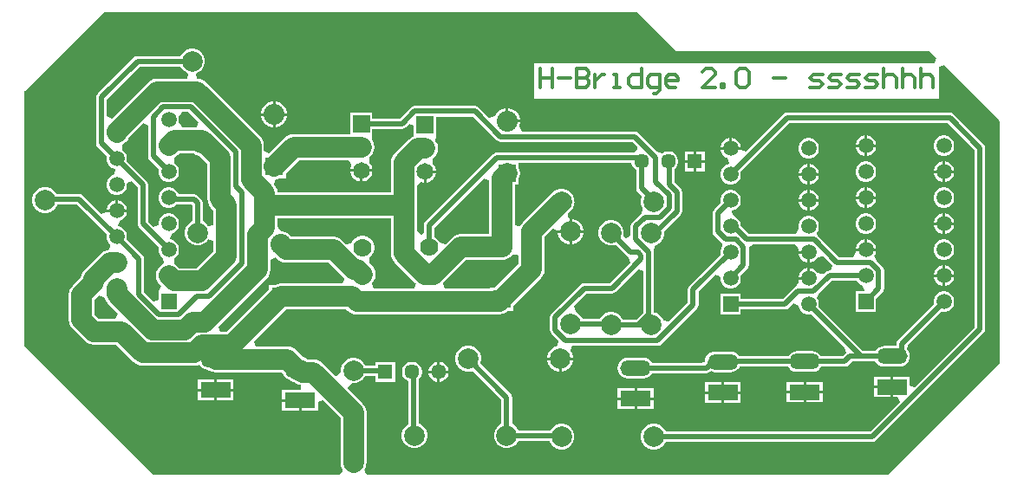
<source format=gbr>
%TF.GenerationSoftware,Altium Limited,Altium Designer,25.8.1 (18)*%
G04 Layer_Physical_Order=1*
G04 Layer_Color=255*
%FSLAX45Y45*%
%MOMM*%
%TF.SameCoordinates,5194DE87-2E3A-4D0E-B7FB-1F2D01658319*%
%TF.FilePolarity,Positive*%
%TF.FileFunction,Copper,L1,Top,Signal*%
%TF.Part,Single*%
G01*
G75*
%TA.AperFunction,Conductor*%
%ADD10C,2.00000*%
%ADD11C,0.50000*%
%TA.AperFunction,NonConductor*%
%ADD12C,0.30000*%
%TA.AperFunction,ComponentPad*%
%ADD13O,3.00000X1.50000*%
%ADD14R,3.00000X1.50000*%
%ADD15C,1.50000*%
%ADD16C,2.00000*%
%ADD17C,1.65100*%
%ADD18C,1.45000*%
%ADD19R,1.45000X1.45000*%
%ADD20C,2.03200*%
%ADD21R,1.65100X1.65100*%
%ADD22C,1.77800*%
%ADD23R,1.77800X1.77800*%
%ADD24R,1.50000X1.50000*%
%TA.AperFunction,ViaPad*%
%ADD25C,2.00000*%
G36*
X4331955Y9054303D02*
X4355303Y9030955D01*
X4383898Y9014446D01*
X4392719Y9012082D01*
X4386136Y8962082D01*
X4089460D01*
X4056724Y8957772D01*
X4026219Y8945137D01*
X4000024Y8925037D01*
X4000023Y8925035D01*
X3646687Y8571700D01*
X3596687Y8592411D01*
Y8756415D01*
X3920185Y9079913D01*
X4317169D01*
X4331955Y9054303D01*
D02*
G37*
G36*
X4494586Y8535882D02*
X4473875Y8485882D01*
X4334690D01*
X4321999Y8497805D01*
X4301233Y8535882D01*
X4304100Y8546582D01*
Y8573018D01*
X4301207Y8583813D01*
X4321875Y8621775D01*
X4334636Y8633813D01*
X4396655D01*
X4494586Y8535882D01*
D02*
G37*
G36*
X6597650Y8499425D02*
Y8401051D01*
X6597650Y8401050D01*
X6597649D01*
X6585069Y8394321D01*
X6576873Y8389937D01*
X6550678Y8369836D01*
X6550677Y8369835D01*
X6408213Y8227372D01*
X6388113Y8201177D01*
X6375477Y8170672D01*
X6371168Y8137936D01*
X6371168Y8137934D01*
Y7848082D01*
X5264965D01*
X5261672Y7873094D01*
X5249037Y7903599D01*
X5230482Y7927780D01*
X5230719Y7933756D01*
X5250889Y7978552D01*
X5265136Y7980428D01*
X5284141Y7988300D01*
X5346700D01*
Y8038027D01*
X5475291Y8166618D01*
X5962043D01*
X5972062Y8156323D01*
X5988740Y8116618D01*
X5982707Y8106167D01*
X5975350Y8078712D01*
Y8077200D01*
X6083300D01*
X6191250D01*
Y8078712D01*
X6183893Y8106167D01*
X6169681Y8130783D01*
X6163851Y8136614D01*
X6160999Y8144347D01*
X6162033Y8186237D01*
X6166478Y8198862D01*
X6172736Y8203664D01*
X6192837Y8229859D01*
X6205472Y8260364D01*
X6209782Y8293100D01*
X6205472Y8325836D01*
X6192837Y8356341D01*
X6187152Y8363750D01*
X6191250Y8413750D01*
X6191250D01*
Y8470313D01*
X6481924D01*
X6501589Y8474224D01*
X6518260Y8485364D01*
X6551456Y8518560D01*
X6597650Y8499425D01*
D02*
G37*
G36*
X7406403Y8358764D02*
X7423075Y8347624D01*
X7442740Y8343713D01*
X8731421D01*
X8777712Y8297422D01*
X8775876Y8276372D01*
X8747329Y8240887D01*
X7407024D01*
X7387359Y8236976D01*
X7370688Y8225836D01*
X6707364Y7562512D01*
X6696224Y7545841D01*
X6692313Y7526176D01*
Y7450310D01*
X6674132Y7438357D01*
X6624132Y7465322D01*
Y7721600D01*
Y7916451D01*
X6643026Y7932950D01*
X6674132Y7948474D01*
X6691388Y7943850D01*
X6692900D01*
Y8051800D01*
X6705600D01*
Y8064500D01*
X6813550D01*
Y8066012D01*
X6806193Y8093467D01*
X6791981Y8118083D01*
X6786151Y8123914D01*
X6783299Y8131647D01*
X6784333Y8173537D01*
X6788778Y8186162D01*
X6795036Y8190964D01*
X6815137Y8217159D01*
X6827772Y8247664D01*
X6832082Y8280400D01*
X6827772Y8313136D01*
X6815137Y8343641D01*
X6809452Y8351050D01*
X6813550Y8401050D01*
X6813550D01*
Y8590563D01*
X7174605D01*
X7406403Y8358764D01*
D02*
G37*
G36*
X4001913Y8503852D02*
Y8202200D01*
X4005824Y8182535D01*
X4016964Y8165864D01*
X4106366Y8076461D01*
X4103300Y8065018D01*
Y8038582D01*
X4110142Y8013047D01*
X4123360Y7990153D01*
X4142053Y7971460D01*
X4164947Y7958242D01*
X4190482Y7951400D01*
X4216918D01*
X4242453Y7958242D01*
X4265347Y7971460D01*
X4284040Y7990153D01*
X4297258Y8013047D01*
X4304100Y8038582D01*
Y8065018D01*
X4297258Y8090553D01*
X4284040Y8113447D01*
X4265347Y8132140D01*
X4255924Y8137580D01*
X4253644Y8180857D01*
X4257234Y8192242D01*
X4266941Y8196263D01*
X4293136Y8216364D01*
X4309691Y8232918D01*
X4442140D01*
X4444203Y8230855D01*
X4472798Y8214346D01*
X4504691Y8205800D01*
X4505769D01*
X4579718Y8131852D01*
Y7786809D01*
X4579718Y7786807D01*
X4584028Y7754071D01*
X4596663Y7723566D01*
X4616763Y7697370D01*
X4641618Y7672516D01*
Y7531139D01*
X4591618Y7517741D01*
X4583445Y7531897D01*
X4560097Y7555245D01*
X4534487Y7570031D01*
Y7747000D01*
X4530576Y7766665D01*
X4519436Y7783336D01*
X4487686Y7815086D01*
X4471015Y7826226D01*
X4451350Y7830137D01*
X4298977D01*
X4297258Y7836553D01*
X4284040Y7859447D01*
X4265347Y7878140D01*
X4242453Y7891358D01*
X4216918Y7898200D01*
X4190482D01*
X4164947Y7891358D01*
X4142053Y7878140D01*
X4123360Y7859447D01*
X4110142Y7836553D01*
X4103300Y7811018D01*
Y7784582D01*
X4110142Y7759047D01*
X4123360Y7736153D01*
X4142053Y7717460D01*
X4164947Y7704242D01*
X4190482Y7697400D01*
X4216918D01*
X4242453Y7704242D01*
X4265347Y7717460D01*
X4275250Y7727363D01*
X4430065D01*
X4431713Y7725715D01*
Y7570031D01*
X4406103Y7555245D01*
X4382755Y7531897D01*
X4366246Y7503302D01*
X4357700Y7471409D01*
Y7438391D01*
X4366246Y7406498D01*
X4382755Y7377903D01*
X4406103Y7354555D01*
X4434698Y7338046D01*
X4466591Y7329500D01*
X4499609D01*
X4531502Y7338046D01*
X4560097Y7354555D01*
X4583445Y7377903D01*
X4591618Y7392059D01*
X4641618Y7378661D01*
Y7271648D01*
X4478652Y7108682D01*
X4309691D01*
X4293136Y7125236D01*
X4266941Y7145337D01*
X4257234Y7149358D01*
X4253644Y7160743D01*
X4255924Y7204020D01*
X4265347Y7209460D01*
X4284040Y7228153D01*
X4297258Y7251047D01*
X4304100Y7276582D01*
Y7303018D01*
X4297258Y7328553D01*
X4284040Y7351447D01*
X4265347Y7370140D01*
X4242453Y7383358D01*
X4220175Y7389327D01*
X4216092Y7391470D01*
X4214835Y7393400D01*
X4215255Y7403464D01*
X4238236Y7449112D01*
X4242453Y7450242D01*
X4265347Y7463460D01*
X4284040Y7482153D01*
X4297258Y7505047D01*
X4304100Y7530582D01*
Y7557018D01*
X4297258Y7582553D01*
X4284040Y7605447D01*
X4265347Y7624140D01*
X4242453Y7637358D01*
X4216918Y7644200D01*
X4190482D01*
X4164947Y7637358D01*
X4142053Y7624140D01*
X4123360Y7605447D01*
X4110142Y7582553D01*
X4103300Y7557018D01*
Y7533583D01*
X4096025Y7527132D01*
X4057373Y7508800D01*
X4001087Y7565085D01*
Y7924800D01*
X3997176Y7944465D01*
X3986036Y7961136D01*
X3793034Y8154139D01*
X3796100Y8165582D01*
Y8192018D01*
X3789258Y8217553D01*
X3776040Y8240447D01*
X3757347Y8259140D01*
X3747924Y8264580D01*
X3745644Y8307857D01*
X3749234Y8319242D01*
X3758941Y8323263D01*
X3785136Y8343364D01*
X3805237Y8369559D01*
X3807319Y8374586D01*
X3955719Y8522986D01*
X4001913Y8503852D01*
D02*
G37*
G36*
X7328418Y7967511D02*
Y7441070D01*
X7053424D01*
X7053422Y7441070D01*
X7020686Y7436760D01*
X6990181Y7424125D01*
X6963985Y7404024D01*
X6905061Y7345100D01*
X6851208Y7356409D01*
X6848621Y7359371D01*
X6835163Y7382682D01*
X6813882Y7403963D01*
X6795087Y7414814D01*
Y7504891D01*
X7278418Y7988222D01*
X7328418Y7967511D01*
D02*
G37*
G36*
X9156700Y9232900D02*
X11633200D01*
X11702378Y9163722D01*
X11681667Y9113722D01*
X7772400D01*
Y8763000D01*
X11721957D01*
Y9073432D01*
X11771957Y9094143D01*
X12319000Y8547100D01*
Y6184900D01*
X11226800Y5092700D01*
X6139177D01*
X6139092Y5092775D01*
X6124133Y5111175D01*
X6117870Y5125011D01*
X6114520Y5142700D01*
X6116637Y5145459D01*
X6119809Y5153118D01*
X6123954Y5160298D01*
X6126100Y5168305D01*
X6129272Y5175964D01*
X6130354Y5184182D01*
X6132500Y5192191D01*
Y5200481D01*
X6133582Y5208700D01*
Y5698240D01*
X6133582Y5698242D01*
X6129272Y5730978D01*
X6116637Y5761483D01*
X6096536Y5787679D01*
X6096535Y5787680D01*
X5950407Y5933808D01*
X5952033Y5941868D01*
X5990591Y5983300D01*
X6023609D01*
X6055502Y5991846D01*
X6084097Y6008355D01*
X6107445Y6031703D01*
X6118565Y6050963D01*
X6220700D01*
Y5998100D01*
X6416500D01*
Y6193900D01*
X6220700D01*
Y6153737D01*
X6124856D01*
X6123954Y6157102D01*
X6107445Y6185697D01*
X6084097Y6209045D01*
X6055502Y6225554D01*
X6023609Y6234100D01*
X5990591D01*
X5958698Y6225554D01*
X5930103Y6209045D01*
X5906755Y6185697D01*
X5890246Y6157102D01*
X5881700Y6125209D01*
Y6092191D01*
X5840267Y6053634D01*
X5832208Y6052007D01*
X5703179Y6181036D01*
X5676983Y6201137D01*
X5646478Y6213772D01*
X5613742Y6218082D01*
X5613740Y6218082D01*
X5560138D01*
X5549641Y6226137D01*
X5519136Y6238772D01*
X5517943Y6238929D01*
X5449236Y6307636D01*
X5423041Y6327737D01*
X5392536Y6340372D01*
X5359800Y6344682D01*
X5359798Y6344682D01*
X5052183D01*
X5033049Y6390876D01*
X5348291Y6706118D01*
X5938046D01*
X5951799Y6692365D01*
X5951800Y6692364D01*
X5977995Y6672263D01*
X6008500Y6659628D01*
X6041236Y6655318D01*
X6041238Y6655318D01*
X6740998D01*
X6741000Y6655318D01*
X6761509Y6658018D01*
X7432198D01*
X7432200Y6658018D01*
X7464936Y6662328D01*
X7495441Y6674963D01*
X7518817Y6692900D01*
X7569200D01*
Y6742627D01*
X7836437Y7009864D01*
X7856537Y7036059D01*
X7869173Y7066564D01*
X7873483Y7099300D01*
X7873482Y7099302D01*
Y7415209D01*
X7954553Y7496280D01*
X7981269Y7488567D01*
X7995489Y7478600D01*
X8115300D01*
Y7598410D01*
X8105333Y7612631D01*
X8097620Y7639347D01*
X8128536Y7670264D01*
X8133583Y7676841D01*
X8139445Y7682703D01*
X8143590Y7689882D01*
X8148637Y7696459D01*
X8151809Y7704118D01*
X8155954Y7711298D01*
X8158100Y7719304D01*
X8161272Y7726964D01*
X8162355Y7735184D01*
X8164500Y7743191D01*
Y7751481D01*
X8165582Y7759700D01*
X8164500Y7767919D01*
Y7776209D01*
X8162355Y7784216D01*
X8161272Y7792436D01*
X8158100Y7800095D01*
X8155954Y7808102D01*
X8151809Y7815282D01*
X8148637Y7822941D01*
X8143590Y7829518D01*
X8139445Y7836697D01*
X8133582Y7842560D01*
X8128536Y7849136D01*
X8121960Y7854182D01*
X8116097Y7860045D01*
X8108918Y7864190D01*
X8102341Y7869237D01*
X8094682Y7872409D01*
X8087502Y7876554D01*
X8079495Y7878700D01*
X8071836Y7881872D01*
X8063616Y7882955D01*
X8055609Y7885100D01*
X8047319D01*
X8039100Y7886182D01*
X8030881Y7885100D01*
X8022591D01*
X8014584Y7882955D01*
X8006364Y7881872D01*
X7998704Y7878700D01*
X7990698Y7876554D01*
X7983518Y7872409D01*
X7975859Y7869237D01*
X7969282Y7864190D01*
X7962103Y7860045D01*
X7956241Y7854183D01*
X7949664Y7849136D01*
X7657564Y7557037D01*
X7637464Y7530841D01*
X7631382Y7516159D01*
X7581382Y7526105D01*
Y7924800D01*
X7620000D01*
Y7987358D01*
X7627872Y8006364D01*
X7632182Y8039100D01*
X7627872Y8071836D01*
X7620000Y8090841D01*
Y8138113D01*
X8723270D01*
X8729272Y8115712D01*
X8742161Y8093388D01*
X8760388Y8075161D01*
X8769113Y8070123D01*
Y7888587D01*
X8773024Y7868922D01*
X8784164Y7852251D01*
X8824466Y7811949D01*
X8822246Y7808102D01*
X8813700Y7776209D01*
Y7743191D01*
X8822246Y7711298D01*
X8827003Y7703058D01*
X8833084Y7670875D01*
X8819616Y7642786D01*
X8817904Y7641074D01*
X8728664Y7551834D01*
X8717524Y7535163D01*
X8713613Y7515498D01*
Y7427498D01*
X8665213Y7402508D01*
X8654719Y7410218D01*
X8643502Y7424962D01*
X8647100Y7438391D01*
Y7471409D01*
X8638554Y7503302D01*
X8622045Y7531897D01*
X8598697Y7555245D01*
X8570102Y7571754D01*
X8538209Y7580300D01*
X8505191D01*
X8473298Y7571754D01*
X8444703Y7555245D01*
X8421355Y7531897D01*
X8404846Y7503302D01*
X8396300Y7471409D01*
Y7438391D01*
X8404846Y7406498D01*
X8421355Y7377903D01*
X8444703Y7354555D01*
X8473298Y7338046D01*
X8505191Y7329500D01*
X8538209D01*
X8566774Y7337154D01*
X8675864Y7228064D01*
X8692535Y7216924D01*
X8693767Y7216679D01*
X8714087Y7166289D01*
X8510129Y6962331D01*
X8260346D01*
X8240681Y6958419D01*
X8224010Y6947280D01*
X7941264Y6664534D01*
X7930124Y6647863D01*
X7926213Y6628198D01*
Y6503602D01*
X7930124Y6483937D01*
X7941264Y6467266D01*
X8010130Y6398400D01*
X8010063Y6384471D01*
X7993746Y6344074D01*
X7977998Y6339854D01*
X7949403Y6323345D01*
X7926055Y6299997D01*
X7909546Y6271402D01*
X7901000Y6239509D01*
Y6235700D01*
X8151800D01*
Y6239509D01*
X8143254Y6271402D01*
X8126745Y6299997D01*
X8125329Y6301413D01*
X8146040Y6351413D01*
X8977698D01*
X8997363Y6355324D01*
X9014034Y6366464D01*
X9360668Y6713098D01*
X9371807Y6729769D01*
X9375719Y6749434D01*
Y6877346D01*
X9543773Y7045400D01*
X9582425Y7027068D01*
X9589700Y7020617D01*
Y6997182D01*
X9596542Y6971647D01*
X9609760Y6948753D01*
X9628453Y6930060D01*
X9651347Y6916842D01*
X9676882Y6910000D01*
X9703318D01*
X9728853Y6916842D01*
X9751747Y6930060D01*
X9770440Y6948753D01*
X9783658Y6971647D01*
X9790500Y6997182D01*
Y7023618D01*
X9787434Y7035061D01*
X9851836Y7099464D01*
X9862976Y7116135D01*
X9866887Y7135800D01*
Y7316342D01*
X9913477Y7338413D01*
X10321164D01*
X10333925Y7326375D01*
X10354593Y7288413D01*
X10351700Y7277618D01*
Y7277100D01*
X10452100D01*
Y7264400D01*
X10464800D01*
Y7164000D01*
X10465318D01*
X10490853Y7170842D01*
X10513747Y7184060D01*
X10532440Y7202753D01*
X10538028Y7212431D01*
X10579485Y7224661D01*
X10597020Y7224149D01*
X10683983Y7137187D01*
X10674787Y7101551D01*
X10664862Y7087187D01*
X10654842D01*
X10635177Y7083276D01*
X10618506Y7072136D01*
X10597020Y7050651D01*
X10579485Y7050139D01*
X10538028Y7062369D01*
X10532440Y7072047D01*
X10513747Y7090740D01*
X10490853Y7103958D01*
X10465318Y7110800D01*
X10464800D01*
Y7010400D01*
X10452100D01*
Y6997700D01*
X10351700D01*
Y6997182D01*
X10355450Y6983187D01*
X10353837Y6972821D01*
X10340684Y6946869D01*
X10328004Y6929275D01*
X10311334Y6918136D01*
X10200985Y6807787D01*
X9790500D01*
Y6856800D01*
X9589700D01*
Y6656000D01*
X9790500D01*
Y6705013D01*
X10222270D01*
X10241935Y6708924D01*
X10258606Y6720064D01*
X10301700Y6763158D01*
X10351700Y6743182D01*
X10358542Y6717647D01*
X10371760Y6694753D01*
X10390453Y6676060D01*
X10413347Y6662842D01*
X10438882Y6656000D01*
X10465318D01*
X10476761Y6659066D01*
X10802168Y6333660D01*
X10818947Y6284736D01*
X10783198Y6248987D01*
X10576121D01*
X10560606Y6269206D01*
X10539633Y6285299D01*
X10515210Y6295416D01*
X10489000Y6298866D01*
X10339000D01*
X10312790Y6295416D01*
X10288367Y6285299D01*
X10267394Y6269206D01*
X10251301Y6248233D01*
X10250619Y6246587D01*
X9774179D01*
X9760506Y6264406D01*
X9739533Y6280499D01*
X9715110Y6290616D01*
X9688900Y6294066D01*
X9538900D01*
X9512690Y6290616D01*
X9488267Y6280499D01*
X9467294Y6264406D01*
X9451201Y6243433D01*
X9441084Y6219010D01*
X9437634Y6192800D01*
X9388165Y6185487D01*
X8925121D01*
X8909606Y6205706D01*
X8888633Y6221799D01*
X8864210Y6231916D01*
X8838000Y6235366D01*
X8688000D01*
X8661790Y6231916D01*
X8637367Y6221799D01*
X8616394Y6205706D01*
X8600301Y6184733D01*
X8590184Y6160310D01*
X8586734Y6134100D01*
X8590184Y6107890D01*
X8600301Y6083467D01*
X8616394Y6062494D01*
X8637367Y6046401D01*
X8661790Y6036284D01*
X8688000Y6032834D01*
X8838000D01*
X8864210Y6036284D01*
X8888633Y6046401D01*
X8909606Y6062494D01*
X8925121Y6082713D01*
X9453140D01*
X9472806Y6086624D01*
X9489477Y6097764D01*
X9494310Y6102597D01*
X9512690Y6094984D01*
X9538900Y6091534D01*
X9688900D01*
X9715110Y6094984D01*
X9739533Y6105101D01*
X9760506Y6121194D01*
X9776599Y6142167D01*
X9777281Y6143813D01*
X10253721D01*
X10267394Y6125994D01*
X10288367Y6109901D01*
X10312790Y6099784D01*
X10339000Y6096334D01*
X10489000D01*
X10515210Y6099784D01*
X10539633Y6109901D01*
X10560606Y6125994D01*
X10576121Y6146213D01*
X10804483D01*
X10824148Y6150124D01*
X10840819Y6161264D01*
X10876568Y6197013D01*
X11102779D01*
X11118294Y6176794D01*
X11139267Y6160701D01*
X11163690Y6150584D01*
X11189900Y6147134D01*
X11339900D01*
X11366110Y6150584D01*
X11390533Y6160701D01*
X11411506Y6176794D01*
X11427599Y6197767D01*
X11437716Y6222190D01*
X11441166Y6248400D01*
X11437716Y6274610D01*
X11427599Y6299033D01*
X11411506Y6320006D01*
X11427783Y6364010D01*
X11748239Y6684466D01*
X11759682Y6681400D01*
X11786118D01*
X11811653Y6688242D01*
X11834547Y6701460D01*
X11853240Y6720153D01*
X11866458Y6743047D01*
X11873300Y6768582D01*
Y6795018D01*
X11866458Y6820553D01*
X11853240Y6843447D01*
X11834547Y6862140D01*
X11811653Y6875358D01*
X11786118Y6882200D01*
X11759682D01*
X11734147Y6875358D01*
X11711253Y6862140D01*
X11692560Y6843447D01*
X11679342Y6820553D01*
X11672500Y6795018D01*
Y6768582D01*
X11675566Y6757139D01*
X11322698Y6404270D01*
X11311558Y6387599D01*
X11307647Y6367934D01*
Y6349666D01*
X11189900D01*
X11163690Y6346216D01*
X11139267Y6336099D01*
X11118294Y6320006D01*
X11102779Y6299787D01*
X10981385D01*
X10549434Y6731739D01*
X10552500Y6743182D01*
Y6769618D01*
X10545658Y6795153D01*
X10532440Y6818047D01*
X10556456Y6864741D01*
X10676127Y6984413D01*
X10924637D01*
X10930560Y6974153D01*
X10949253Y6955460D01*
X10972147Y6942242D01*
X10975334Y6941388D01*
X10996822Y6893724D01*
X10996659Y6885824D01*
X10994011Y6882200D01*
X10910500D01*
Y6681400D01*
X11111300D01*
Y6809527D01*
X11172636Y6870864D01*
X11183776Y6887535D01*
X11187687Y6907200D01*
Y7087742D01*
X11183776Y7107407D01*
X11172636Y7124079D01*
X11115256Y7181459D01*
X11091240Y7228153D01*
X11104458Y7251047D01*
X11111300Y7276582D01*
Y7277100D01*
X10910500D01*
Y7276582D01*
X10913393Y7265787D01*
X10892725Y7227825D01*
X10879964Y7215787D01*
X10750728D01*
X10540378Y7426136D01*
X10532884Y7455041D01*
X10545041Y7478578D01*
X10545658Y7479647D01*
X10552500Y7505182D01*
Y7531618D01*
X10545658Y7557153D01*
X10532440Y7580047D01*
X10513747Y7598740D01*
X10490853Y7611958D01*
X10465318Y7618800D01*
X10438882D01*
X10413347Y7611958D01*
X10390453Y7598740D01*
X10371760Y7580047D01*
X10358542Y7557153D01*
X10351700Y7531618D01*
Y7505182D01*
X10355450Y7491187D01*
X10338317Y7457754D01*
X10323012Y7441187D01*
X9869959D01*
X9809610Y7501536D01*
X9800828Y7507404D01*
X9790500Y7517732D01*
Y7531618D01*
X9783658Y7557153D01*
X9770440Y7580047D01*
X9751747Y7598740D01*
X9728853Y7611958D01*
X9724636Y7613088D01*
X9701655Y7658736D01*
X9701235Y7668800D01*
X9702492Y7670730D01*
X9706575Y7672873D01*
X9728853Y7678842D01*
X9751747Y7692060D01*
X9770440Y7710753D01*
X9783658Y7733647D01*
X9790500Y7759182D01*
Y7785618D01*
X9783658Y7811153D01*
X9770440Y7834047D01*
X9751747Y7852740D01*
X9728853Y7865958D01*
X9703318Y7872800D01*
X9676882D01*
X9651347Y7865958D01*
X9628453Y7852740D01*
X9609760Y7834047D01*
X9596542Y7811153D01*
X9589700Y7785618D01*
Y7759182D01*
X9592766Y7747739D01*
X9528364Y7683336D01*
X9517224Y7666665D01*
X9513313Y7647000D01*
Y7466458D01*
X9517224Y7446793D01*
X9528364Y7430122D01*
X9605021Y7353464D01*
X9609760Y7326047D01*
X9596542Y7303153D01*
X9589700Y7277618D01*
Y7251182D01*
X9592766Y7239739D01*
X9287995Y6934968D01*
X9276856Y6918297D01*
X9272944Y6898632D01*
Y6770719D01*
X9088204Y6585979D01*
X9032437Y6600922D01*
X9032254Y6601602D01*
X9015745Y6630197D01*
X8992397Y6653545D01*
X8963802Y6670054D01*
X8940948Y6676178D01*
Y7266342D01*
X8938154Y7280387D01*
X8937331Y7286637D01*
X8959063Y7333082D01*
X8962136Y7335899D01*
X8963802Y7336346D01*
X8992397Y7352855D01*
X9015745Y7376203D01*
X9032254Y7404797D01*
X9040800Y7436691D01*
Y7469399D01*
X9201236Y7629835D01*
X9212376Y7646506D01*
X9216287Y7666171D01*
Y7853229D01*
X9212376Y7872894D01*
X9201236Y7889565D01*
X9140887Y7949914D01*
Y8075436D01*
X9158839Y8093388D01*
X9171728Y8115712D01*
X9178400Y8140611D01*
Y8166389D01*
X9171728Y8191288D01*
X9158839Y8213612D01*
X9140612Y8231840D01*
X9118288Y8244728D01*
X9093389Y8251400D01*
X9067611D01*
X9042712Y8244728D01*
X9020388Y8231840D01*
X8972754Y8247725D01*
X8789043Y8431436D01*
X8772372Y8442576D01*
X8752707Y8446487D01*
X7651993D01*
X7623125Y8496487D01*
X7624045Y8498080D01*
X7632700Y8530380D01*
Y8534400D01*
X7505700D01*
Y8547100D01*
X7493000D01*
Y8674100D01*
X7488980D01*
X7456680Y8665445D01*
X7427720Y8648725D01*
X7404075Y8625080D01*
X7387355Y8596120D01*
X7386879Y8594344D01*
X7331111Y8579401D01*
X7232226Y8678286D01*
X7215555Y8689426D01*
X7195890Y8693337D01*
X6602174D01*
X6582509Y8689426D01*
X6565838Y8678286D01*
X6460639Y8573087D01*
X6191250D01*
Y8629650D01*
X5975350D01*
Y8419582D01*
X5422900D01*
X5390164Y8415272D01*
X5359659Y8402637D01*
X5333464Y8382536D01*
X5333463Y8382535D01*
X5183482Y8232555D01*
X5133482Y8253265D01*
Y8308838D01*
X5129172Y8341574D01*
X5116537Y8372079D01*
X5096436Y8398274D01*
X5096435Y8398275D01*
X4569674Y8925037D01*
X4543478Y8945137D01*
X4512973Y8957772D01*
X4480238Y8962082D01*
X4472063Y9010704D01*
X4471881Y9012082D01*
X4480702Y9014446D01*
X4509297Y9030955D01*
X4532645Y9054303D01*
X4549154Y9082898D01*
X4557700Y9114791D01*
Y9147809D01*
X4549154Y9179702D01*
X4532645Y9208297D01*
X4509297Y9231645D01*
X4480702Y9248154D01*
X4448809Y9256700D01*
X4415791D01*
X4383898Y9248154D01*
X4355303Y9231645D01*
X4331955Y9208297D01*
X4317169Y9182687D01*
X3898900D01*
X3879235Y9178776D01*
X3862564Y9167636D01*
X3508964Y8814036D01*
X3497824Y8797365D01*
X3493913Y8777700D01*
Y8329200D01*
X3497824Y8309535D01*
X3508964Y8292864D01*
X3598366Y8203461D01*
X3595300Y8192018D01*
Y8165582D01*
X3602142Y8140047D01*
X3615360Y8117153D01*
X3634053Y8098460D01*
X3656947Y8085242D01*
X3679225Y8079273D01*
X3683308Y8077130D01*
X3684565Y8075200D01*
X3684145Y8065136D01*
X3661164Y8019488D01*
X3656947Y8018358D01*
X3634053Y8005140D01*
X3615360Y7986447D01*
X3602142Y7963553D01*
X3595300Y7938018D01*
Y7911582D01*
X3602142Y7886047D01*
X3615360Y7863153D01*
X3634053Y7844460D01*
X3656947Y7831242D01*
X3682482Y7824400D01*
X3708918D01*
X3734453Y7831242D01*
X3757347Y7844460D01*
X3776040Y7863153D01*
X3789258Y7886047D01*
X3796100Y7911582D01*
Y7935017D01*
X3803375Y7941468D01*
X3842027Y7959800D01*
X3898313Y7903515D01*
Y7543800D01*
X3902224Y7524135D01*
X3913364Y7507464D01*
X4106366Y7314461D01*
X4103300Y7303018D01*
Y7276582D01*
X4110142Y7251047D01*
X4123360Y7228153D01*
X4142053Y7209460D01*
X4151476Y7204020D01*
X4153756Y7160743D01*
X4150166Y7149358D01*
X4140459Y7145337D01*
X4114264Y7125236D01*
X4094163Y7099041D01*
X4081528Y7068536D01*
X4077218Y7035800D01*
X4081528Y7003064D01*
X4094163Y6972559D01*
X4114264Y6946364D01*
X4128427Y6932200D01*
X4107717Y6882200D01*
X4103300D01*
Y6798924D01*
X4057106Y6779790D01*
X3962716Y6874180D01*
Y7201171D01*
X3958804Y7220836D01*
X3947665Y7237507D01*
X3793034Y7392139D01*
X3796100Y7403582D01*
Y7430018D01*
X3789258Y7455553D01*
X3776040Y7478447D01*
X3757347Y7497140D01*
X3734453Y7510358D01*
X3712175Y7516327D01*
X3708092Y7518470D01*
X3706835Y7520400D01*
X3707255Y7530464D01*
X3730236Y7576112D01*
X3734453Y7577242D01*
X3757347Y7590460D01*
X3776040Y7609153D01*
X3789258Y7632047D01*
X3796100Y7657582D01*
Y7658100D01*
X3695700D01*
X3592500D01*
X3588025Y7654132D01*
X3549373Y7635800D01*
X3363736Y7821436D01*
X3347065Y7832576D01*
X3327400Y7836487D01*
X3104999D01*
X3097545Y7849397D01*
X3074197Y7872745D01*
X3045602Y7889254D01*
X3013709Y7897800D01*
X2980691D01*
X2948798Y7889254D01*
X2920203Y7872745D01*
X2896855Y7849397D01*
X2880346Y7820802D01*
X2871800Y7788909D01*
Y7755891D01*
X2880346Y7723998D01*
X2896855Y7695403D01*
X2920203Y7672055D01*
X2948798Y7655546D01*
X2980691Y7647000D01*
X3013709D01*
X3045602Y7655546D01*
X3074197Y7672055D01*
X3097545Y7695403D01*
X3114054Y7723998D01*
X3116657Y7733713D01*
X3306115D01*
X3598366Y7441461D01*
X3595300Y7430018D01*
Y7403582D01*
X3602142Y7378047D01*
X3615360Y7355153D01*
X3631231Y7339282D01*
X3631150Y7325517D01*
X3618584Y7287656D01*
X3598201Y7284972D01*
X3567695Y7272337D01*
X3541500Y7252236D01*
X3541499Y7252235D01*
X3380863Y7091600D01*
X3360763Y7065404D01*
X3348128Y7034900D01*
X3346400Y7021781D01*
X3263364Y6938745D01*
X3243263Y6912550D01*
X3230628Y6882044D01*
X3226318Y6849308D01*
X3226318Y6849306D01*
Y6606860D01*
X3226318Y6606857D01*
X3230628Y6574121D01*
X3243263Y6543617D01*
X3263364Y6517421D01*
X3380521Y6400264D01*
X3406717Y6380163D01*
X3437221Y6367528D01*
X3469958Y6363218D01*
X3469960Y6363218D01*
X3690672D01*
X3862725Y6191164D01*
X3862726Y6191163D01*
X3888921Y6171063D01*
X3919427Y6158428D01*
X3952163Y6154117D01*
X3952165Y6154118D01*
X4455235D01*
X4455237Y6154117D01*
X4487973Y6158427D01*
X4501056Y6163846D01*
X4514294Y6146594D01*
X4535267Y6130501D01*
X4559690Y6120384D01*
X4585900Y6116934D01*
X4586881D01*
X4597659Y6108663D01*
X4628164Y6096028D01*
X4660900Y6091718D01*
X4661298D01*
X4661300Y6091718D01*
X4661302Y6091718D01*
X5307409D01*
X5317012Y6082115D01*
X5323701Y6065967D01*
X5339794Y6044994D01*
X5360767Y6028901D01*
X5380178Y6020860D01*
X5398159Y6007063D01*
X5428664Y5994428D01*
X5432745Y5993890D01*
X5448159Y5982063D01*
X5478664Y5969428D01*
X5497105Y5967000D01*
X5493827Y5917000D01*
X5311000D01*
Y5829300D01*
X5486400D01*
Y5816600D01*
X5499100D01*
Y5716200D01*
X5661800D01*
Y5799341D01*
X5707994Y5818476D01*
X5880618Y5645852D01*
Y5208700D01*
X5881700Y5200481D01*
Y5192191D01*
X5883846Y5184182D01*
X5884928Y5175964D01*
X5888100Y5168305D01*
X5890246Y5160298D01*
X5894391Y5153118D01*
X5897563Y5145459D01*
X5899680Y5142700D01*
X5896330Y5125011D01*
X5890067Y5111175D01*
X5875108Y5092775D01*
X5875023Y5092700D01*
X4051300D01*
X2794000Y6350000D01*
Y8839200D01*
X2802147D01*
X3576147Y9613200D01*
X3606800Y9613900D01*
X8775700D01*
X9156700Y9232900D01*
D02*
G37*
G36*
X7620518Y7234071D02*
Y7151691D01*
X7390327Y6921500D01*
X7340600D01*
Y6910982D01*
X6896243D01*
X6879106Y6953297D01*
X6878689Y6960982D01*
X7105813Y7188106D01*
X7454286D01*
X7454288Y7188106D01*
X7455005Y7188200D01*
X7471620D01*
X7503920Y7196855D01*
X7532880Y7213575D01*
X7556525Y7237220D01*
X7614033Y7238079D01*
X7620518Y7234071D01*
D02*
G37*
G36*
X5258129Y7200365D02*
X5258129Y7200364D01*
X5284325Y7180263D01*
X5314830Y7167628D01*
X5347566Y7163318D01*
X5347568Y7163318D01*
X5760543D01*
X5914779Y7009082D01*
X5913744Y6996955D01*
X5896891Y6959082D01*
X5295902D01*
X5295900Y6959082D01*
X5263164Y6954772D01*
X5244159Y6946900D01*
X5181600D01*
Y6897173D01*
X4766909Y6482482D01*
X4706303D01*
X4685592Y6532482D01*
X5158335Y7005225D01*
X5158336Y7005226D01*
X5178437Y7031421D01*
X5191072Y7061926D01*
X5195382Y7094662D01*
Y7192400D01*
X5245382Y7213111D01*
X5258129Y7200365D01*
D02*
G37*
G36*
X6371168Y7255486D02*
X6371168Y7255484D01*
X6375477Y7222748D01*
X6388113Y7192243D01*
X6408213Y7166048D01*
X6615197Y6959065D01*
X6615198Y6959064D01*
X6616216Y6958282D01*
X6599243Y6908282D01*
X6204909D01*
X6188270Y6949367D01*
X6186909Y6958282D01*
X6205537Y6982559D01*
X6218172Y7013064D01*
X6222482Y7045800D01*
X6218172Y7078536D01*
X6205537Y7109041D01*
X6185436Y7135236D01*
X6161201Y7159472D01*
X6166163Y7218110D01*
X6168471Y7220626D01*
X6187463Y7239618D01*
X6202511Y7265682D01*
X6210300Y7294752D01*
Y7324848D01*
X6202511Y7353918D01*
X6187463Y7379982D01*
X6166182Y7401263D01*
X6140118Y7416311D01*
X6111048Y7424100D01*
X6080952D01*
X6051882Y7416311D01*
X6025818Y7401263D01*
X6004537Y7379982D01*
X5992751Y7359567D01*
X5974013Y7351645D01*
X5935605Y7346002D01*
X5902370Y7379236D01*
X5876175Y7399337D01*
X5845670Y7411972D01*
X5812934Y7416282D01*
X5812932Y7416282D01*
X5682271D01*
X5681738Y7416425D01*
X5648720D01*
X5648187Y7416282D01*
X5399957D01*
X5386202Y7430036D01*
X5385627Y7430478D01*
X5373880Y7442225D01*
X5344920Y7458945D01*
X5312620Y7467600D01*
X5311460D01*
X5269732Y7502124D01*
X5265982Y7515827D01*
Y7595118D01*
X6371168D01*
Y7255486D01*
D02*
G37*
G36*
X3573528Y6823090D02*
X3586163Y6792585D01*
X3606264Y6766390D01*
X3706471Y6666182D01*
X3685760Y6616182D01*
X3522348D01*
X3479282Y6659248D01*
Y6796918D01*
X3521044Y6838679D01*
X3573528Y6823090D01*
D02*
G37*
G36*
X8838173Y7079702D02*
Y6676496D01*
X8767115Y6605437D01*
X8637322D01*
X8622045Y6631897D01*
X8598697Y6655245D01*
X8570102Y6671754D01*
X8538209Y6680300D01*
X8505191D01*
X8473298Y6671754D01*
X8444703Y6655245D01*
X8421355Y6631897D01*
X8409744Y6611787D01*
X8245528D01*
X8244854Y6614302D01*
X8228345Y6642897D01*
X8204997Y6666245D01*
X8176402Y6682754D01*
X8175722Y6682937D01*
X8160779Y6738704D01*
X8281631Y6859557D01*
X8531414D01*
X8551080Y6863468D01*
X8567751Y6874608D01*
X8791979Y7098836D01*
X8838173Y7079702D01*
D02*
G37*
%LPC*%
G36*
X6191250Y8051800D02*
X6096000D01*
Y7956550D01*
X6097512D01*
X6124967Y7963907D01*
X6149583Y7978119D01*
X6169681Y7998217D01*
X6183893Y8022833D01*
X6191250Y8050288D01*
Y8051800D01*
D02*
G37*
G36*
X6070600D02*
X5975350D01*
Y8050288D01*
X5982707Y8022833D01*
X5996919Y7998217D01*
X6017017Y7978119D01*
X6041633Y7963907D01*
X6069088Y7956550D01*
X6070600D01*
Y8051800D01*
D02*
G37*
G36*
X6813550Y8039100D02*
X6718300D01*
Y7943850D01*
X6719812D01*
X6747267Y7951207D01*
X6771883Y7965419D01*
X6791981Y7985517D01*
X6806193Y8010133D01*
X6813550Y8037588D01*
Y8039100D01*
D02*
G37*
G36*
X5249120Y8737600D02*
X5245100D01*
Y8623300D01*
X5359400D01*
Y8627320D01*
X5350745Y8659620D01*
X5334025Y8688580D01*
X5310380Y8712225D01*
X5281420Y8728945D01*
X5249120Y8737600D01*
D02*
G37*
G36*
X5219700D02*
X5215680D01*
X5183380Y8728945D01*
X5154420Y8712225D01*
X5130775Y8688580D01*
X5114055Y8659620D01*
X5105400Y8627320D01*
Y8623300D01*
X5219700D01*
Y8737600D01*
D02*
G37*
G36*
X7522420Y8674100D02*
X7518400D01*
Y8559800D01*
X7632700D01*
Y8563820D01*
X7624045Y8596120D01*
X7607325Y8625080D01*
X7583680Y8648725D01*
X7554720Y8665445D01*
X7522420Y8674100D01*
D02*
G37*
G36*
X5359400Y8597900D02*
X5245100D01*
Y8483600D01*
X5249120D01*
X5281420Y8492255D01*
X5310380Y8508975D01*
X5334025Y8532620D01*
X5350745Y8561580D01*
X5359400Y8593880D01*
Y8597900D01*
D02*
G37*
G36*
X5219700D02*
X5105400D01*
Y8593880D01*
X5114055Y8561580D01*
X5130775Y8532620D01*
X5154420Y8508975D01*
X5183380Y8492255D01*
X5215680Y8483600D01*
X5219700D01*
Y8597900D01*
D02*
G37*
G36*
X11024118Y8406200D02*
X11023600D01*
Y8318500D01*
X11111300D01*
Y8319018D01*
X11104458Y8344553D01*
X11091240Y8367447D01*
X11072547Y8386140D01*
X11049653Y8399358D01*
X11024118Y8406200D01*
D02*
G37*
G36*
X10998200D02*
X10997682D01*
X10972147Y8399358D01*
X10949253Y8386140D01*
X10930560Y8367447D01*
X10917342Y8344553D01*
X10910500Y8319018D01*
Y8318500D01*
X10998200D01*
Y8406200D01*
D02*
G37*
G36*
X9703318Y8380800D02*
X9702800D01*
Y8293100D01*
X9790500D01*
Y8293618D01*
X9783658Y8319153D01*
X9770440Y8342047D01*
X9751747Y8360740D01*
X9728853Y8373958D01*
X9703318Y8380800D01*
D02*
G37*
G36*
X9677400D02*
X9676882D01*
X9651347Y8373958D01*
X9628453Y8360740D01*
X9609760Y8342047D01*
X9596542Y8319153D01*
X9589700Y8293618D01*
Y8293100D01*
X9677400D01*
Y8380800D01*
D02*
G37*
G36*
X11786118Y8406200D02*
X11759682D01*
X11734147Y8399358D01*
X11711253Y8386140D01*
X11692560Y8367447D01*
X11679342Y8344553D01*
X11672500Y8319018D01*
Y8292582D01*
X11679342Y8267047D01*
X11692560Y8244153D01*
X11711253Y8225460D01*
X11734147Y8212242D01*
X11759682Y8205400D01*
X11786118D01*
X11811653Y8212242D01*
X11834547Y8225460D01*
X11853240Y8244153D01*
X11866458Y8267047D01*
X11873300Y8292582D01*
Y8319018D01*
X11866458Y8344553D01*
X11853240Y8367447D01*
X11834547Y8386140D01*
X11811653Y8399358D01*
X11786118Y8406200D01*
D02*
G37*
G36*
X11111300Y8293100D02*
X11023600D01*
Y8205400D01*
X11024118D01*
X11049653Y8212242D01*
X11072547Y8225460D01*
X11091240Y8244153D01*
X11104458Y8267047D01*
X11111300Y8292582D01*
Y8293100D01*
D02*
G37*
G36*
X10998200D02*
X10910500D01*
Y8292582D01*
X10917342Y8267047D01*
X10930560Y8244153D01*
X10949253Y8225460D01*
X10972147Y8212242D01*
X10997682Y8205400D01*
X10998200D01*
Y8293100D01*
D02*
G37*
G36*
X10465318Y8380800D02*
X10438882D01*
X10413347Y8373958D01*
X10390453Y8360740D01*
X10371760Y8342047D01*
X10358542Y8319153D01*
X10351700Y8293618D01*
Y8267182D01*
X10358542Y8241647D01*
X10371760Y8218753D01*
X10390453Y8200060D01*
X10413347Y8186842D01*
X10438882Y8180000D01*
X10465318D01*
X10490853Y8186842D01*
X10513747Y8200060D01*
X10532440Y8218753D01*
X10545658Y8241647D01*
X10552500Y8267182D01*
Y8293618D01*
X10545658Y8319153D01*
X10532440Y8342047D01*
X10513747Y8360740D01*
X10490853Y8373958D01*
X10465318Y8380800D01*
D02*
G37*
G36*
X9438400Y8251400D02*
X9353200D01*
Y8166200D01*
X9438400D01*
Y8251400D01*
D02*
G37*
G36*
X9327800D02*
X9242600D01*
Y8166200D01*
X9327800D01*
Y8251400D01*
D02*
G37*
G36*
X11786118Y8152200D02*
X11785600D01*
Y8064500D01*
X11873300D01*
Y8065018D01*
X11866458Y8090553D01*
X11853240Y8113447D01*
X11834547Y8132140D01*
X11811653Y8145358D01*
X11786118Y8152200D01*
D02*
G37*
G36*
X11760200D02*
X11759682D01*
X11734147Y8145358D01*
X11711253Y8132140D01*
X11692560Y8113447D01*
X11679342Y8090553D01*
X11672500Y8065018D01*
Y8064500D01*
X11760200D01*
Y8152200D01*
D02*
G37*
G36*
X9438400Y8140800D02*
X9353200D01*
Y8055600D01*
X9438400D01*
Y8140800D01*
D02*
G37*
G36*
X9327800D02*
X9242600D01*
Y8055600D01*
X9327800D01*
Y8140800D01*
D02*
G37*
G36*
X10465318Y8126800D02*
X10464800D01*
Y8039100D01*
X10552500D01*
Y8039618D01*
X10545658Y8065153D01*
X10532440Y8088047D01*
X10513747Y8106740D01*
X10490853Y8119958D01*
X10465318Y8126800D01*
D02*
G37*
G36*
X10439400D02*
X10438882D01*
X10413347Y8119958D01*
X10390453Y8106740D01*
X10371760Y8088047D01*
X10358542Y8065153D01*
X10351700Y8039618D01*
Y8039100D01*
X10439400D01*
Y8126800D01*
D02*
G37*
G36*
X11873300Y8039100D02*
X11785600D01*
Y7951400D01*
X11786118D01*
X11811653Y7958242D01*
X11834547Y7971460D01*
X11853240Y7990153D01*
X11866458Y8013047D01*
X11873300Y8038582D01*
Y8039100D01*
D02*
G37*
G36*
X11760200D02*
X11672500D01*
Y8038582D01*
X11679342Y8013047D01*
X11692560Y7990153D01*
X11711253Y7971460D01*
X11734147Y7958242D01*
X11759682Y7951400D01*
X11760200D01*
Y8039100D01*
D02*
G37*
G36*
X11024118Y8152200D02*
X10997682D01*
X10972147Y8145358D01*
X10949253Y8132140D01*
X10930560Y8113447D01*
X10917342Y8090553D01*
X10910500Y8065018D01*
Y8038582D01*
X10917342Y8013047D01*
X10930560Y7990153D01*
X10949253Y7971460D01*
X10972147Y7958242D01*
X10997682Y7951400D01*
X11024118D01*
X11049653Y7958242D01*
X11072547Y7971460D01*
X11091240Y7990153D01*
X11104458Y8013047D01*
X11111300Y8038582D01*
Y8065018D01*
X11104458Y8090553D01*
X11091240Y8113447D01*
X11072547Y8132140D01*
X11049653Y8145358D01*
X11024118Y8152200D01*
D02*
G37*
G36*
X10552500Y8013700D02*
X10464800D01*
Y7926000D01*
X10465318D01*
X10490853Y7932842D01*
X10513747Y7946060D01*
X10532440Y7964753D01*
X10545658Y7987647D01*
X10552500Y8013182D01*
Y8013700D01*
D02*
G37*
G36*
X10439400D02*
X10351700D01*
Y8013182D01*
X10358542Y7987647D01*
X10371760Y7964753D01*
X10390453Y7946060D01*
X10413347Y7932842D01*
X10438882Y7926000D01*
X10439400D01*
Y8013700D01*
D02*
G37*
G36*
X11024118Y7898200D02*
X11023600D01*
Y7810500D01*
X11111300D01*
Y7811018D01*
X11104458Y7836553D01*
X11091240Y7859447D01*
X11072547Y7878140D01*
X11049653Y7891358D01*
X11024118Y7898200D01*
D02*
G37*
G36*
X10998200D02*
X10997682D01*
X10972147Y7891358D01*
X10949253Y7878140D01*
X10930560Y7859447D01*
X10917342Y7836553D01*
X10910500Y7811018D01*
Y7810500D01*
X10998200D01*
Y7898200D01*
D02*
G37*
G36*
X10465318Y7872800D02*
X10464800D01*
Y7785100D01*
X10552500D01*
Y7785618D01*
X10545658Y7811153D01*
X10532440Y7834047D01*
X10513747Y7852740D01*
X10490853Y7865958D01*
X10465318Y7872800D01*
D02*
G37*
G36*
X10439400D02*
X10438882D01*
X10413347Y7865958D01*
X10390453Y7852740D01*
X10371760Y7834047D01*
X10358542Y7811153D01*
X10351700Y7785618D01*
Y7785100D01*
X10439400D01*
Y7872800D01*
D02*
G37*
G36*
X11786118Y7898200D02*
X11759682D01*
X11734147Y7891358D01*
X11711253Y7878140D01*
X11692560Y7859447D01*
X11679342Y7836553D01*
X11672500Y7811018D01*
Y7784582D01*
X11679342Y7759047D01*
X11692560Y7736153D01*
X11711253Y7717460D01*
X11734147Y7704242D01*
X11759682Y7697400D01*
X11786118D01*
X11811653Y7704242D01*
X11834547Y7717460D01*
X11853240Y7736153D01*
X11866458Y7759047D01*
X11873300Y7784582D01*
Y7811018D01*
X11866458Y7836553D01*
X11853240Y7859447D01*
X11834547Y7878140D01*
X11811653Y7891358D01*
X11786118Y7898200D01*
D02*
G37*
G36*
X11111300Y7785100D02*
X11023600D01*
Y7697400D01*
X11024118D01*
X11049653Y7704242D01*
X11072547Y7717460D01*
X11091240Y7736153D01*
X11104458Y7759047D01*
X11111300Y7784582D01*
Y7785100D01*
D02*
G37*
G36*
X10998200D02*
X10910500D01*
Y7784582D01*
X10917342Y7759047D01*
X10930560Y7736153D01*
X10949253Y7717460D01*
X10972147Y7704242D01*
X10997682Y7697400D01*
X10998200D01*
Y7785100D01*
D02*
G37*
G36*
X3708918Y7771200D02*
X3708400D01*
Y7683500D01*
X3796100D01*
Y7684018D01*
X3789258Y7709553D01*
X3776040Y7732447D01*
X3757347Y7751140D01*
X3734453Y7764358D01*
X3708918Y7771200D01*
D02*
G37*
G36*
X3683000D02*
X3682482D01*
X3656947Y7764358D01*
X3634053Y7751140D01*
X3615360Y7732447D01*
X3602142Y7709553D01*
X3595300Y7684018D01*
Y7683500D01*
X3683000D01*
Y7771200D01*
D02*
G37*
G36*
X10552500Y7759700D02*
X10464800D01*
Y7672000D01*
X10465318D01*
X10490853Y7678842D01*
X10513747Y7692060D01*
X10532440Y7710753D01*
X10545658Y7733647D01*
X10552500Y7759182D01*
Y7759700D01*
D02*
G37*
G36*
X10439400D02*
X10351700D01*
Y7759182D01*
X10358542Y7733647D01*
X10371760Y7710753D01*
X10390453Y7692060D01*
X10413347Y7678842D01*
X10438882Y7672000D01*
X10439400D01*
Y7759700D01*
D02*
G37*
G36*
X11786118Y7644200D02*
X11785600D01*
Y7556500D01*
X11873300D01*
Y7557018D01*
X11866458Y7582553D01*
X11853240Y7605447D01*
X11834547Y7624140D01*
X11811653Y7637358D01*
X11786118Y7644200D01*
D02*
G37*
G36*
X11760200D02*
X11759682D01*
X11734147Y7637358D01*
X11711253Y7624140D01*
X11692560Y7605447D01*
X11679342Y7582553D01*
X11672500Y7557018D01*
Y7556500D01*
X11760200D01*
Y7644200D01*
D02*
G37*
G36*
X8144509Y7591300D02*
X8140700D01*
Y7478600D01*
X8253400D01*
Y7482409D01*
X8244854Y7514302D01*
X8228345Y7542897D01*
X8204997Y7566245D01*
X8176402Y7582754D01*
X8144509Y7591300D01*
D02*
G37*
G36*
X11873300Y7531100D02*
X11785600D01*
Y7443400D01*
X11786118D01*
X11811653Y7450242D01*
X11834547Y7463460D01*
X11853240Y7482153D01*
X11866458Y7505047D01*
X11873300Y7530582D01*
Y7531100D01*
D02*
G37*
G36*
X11760200D02*
X11672500D01*
Y7530582D01*
X11679342Y7505047D01*
X11692560Y7482153D01*
X11711253Y7463460D01*
X11734147Y7450242D01*
X11759682Y7443400D01*
X11760200D01*
Y7531100D01*
D02*
G37*
G36*
X11024118Y7644200D02*
X10997682D01*
X10972147Y7637358D01*
X10949253Y7624140D01*
X10930560Y7605447D01*
X10917342Y7582553D01*
X10910500Y7557018D01*
Y7530582D01*
X10917342Y7505047D01*
X10930560Y7482153D01*
X10949253Y7463460D01*
X10972147Y7450242D01*
X10997682Y7443400D01*
X11024118D01*
X11049653Y7450242D01*
X11072547Y7463460D01*
X11091240Y7482153D01*
X11104458Y7505047D01*
X11111300Y7530582D01*
Y7557018D01*
X11104458Y7582553D01*
X11091240Y7605447D01*
X11072547Y7624140D01*
X11049653Y7637358D01*
X11024118Y7644200D01*
D02*
G37*
G36*
X8253400Y7453200D02*
X8140700D01*
Y7340500D01*
X8144509D01*
X8176402Y7349046D01*
X8204997Y7365555D01*
X8228345Y7388903D01*
X8244854Y7417497D01*
X8253400Y7449391D01*
Y7453200D01*
D02*
G37*
G36*
X8115300D02*
X8002600D01*
Y7449391D01*
X8011146Y7417497D01*
X8027655Y7388903D01*
X8051003Y7365555D01*
X8079598Y7349046D01*
X8111491Y7340500D01*
X8115300D01*
Y7453200D01*
D02*
G37*
G36*
X11024118Y7390200D02*
X11023600D01*
Y7302500D01*
X11111300D01*
Y7303018D01*
X11104458Y7328553D01*
X11091240Y7351447D01*
X11072547Y7370140D01*
X11049653Y7383358D01*
X11024118Y7390200D01*
D02*
G37*
G36*
X10998200D02*
X10997682D01*
X10972147Y7383358D01*
X10949253Y7370140D01*
X10930560Y7351447D01*
X10917342Y7328553D01*
X10910500Y7303018D01*
Y7302500D01*
X10998200D01*
Y7390200D01*
D02*
G37*
G36*
X11786118D02*
X11759682D01*
X11734147Y7383358D01*
X11711253Y7370140D01*
X11692560Y7351447D01*
X11679342Y7328553D01*
X11672500Y7303018D01*
Y7276582D01*
X11679342Y7251047D01*
X11692560Y7228153D01*
X11711253Y7209460D01*
X11734147Y7196242D01*
X11759682Y7189400D01*
X11786118D01*
X11811653Y7196242D01*
X11834547Y7209460D01*
X11853240Y7228153D01*
X11866458Y7251047D01*
X11873300Y7276582D01*
Y7303018D01*
X11866458Y7328553D01*
X11853240Y7351447D01*
X11834547Y7370140D01*
X11811653Y7383358D01*
X11786118Y7390200D01*
D02*
G37*
G36*
X10439400Y7251700D02*
X10351700D01*
Y7251182D01*
X10358542Y7225647D01*
X10371760Y7202753D01*
X10390453Y7184060D01*
X10413347Y7170842D01*
X10438882Y7164000D01*
X10439400D01*
Y7251700D01*
D02*
G37*
G36*
X11786118Y7136200D02*
X11785600D01*
Y7048500D01*
X11873300D01*
Y7049018D01*
X11866458Y7074553D01*
X11853240Y7097447D01*
X11834547Y7116140D01*
X11811653Y7129358D01*
X11786118Y7136200D01*
D02*
G37*
G36*
X11760200D02*
X11759682D01*
X11734147Y7129358D01*
X11711253Y7116140D01*
X11692560Y7097447D01*
X11679342Y7074553D01*
X11672500Y7049018D01*
Y7048500D01*
X11760200D01*
Y7136200D01*
D02*
G37*
G36*
X10439400Y7110800D02*
X10438882D01*
X10413347Y7103958D01*
X10390453Y7090740D01*
X10371760Y7072047D01*
X10358542Y7049153D01*
X10351700Y7023618D01*
Y7023100D01*
X10439400D01*
Y7110800D01*
D02*
G37*
G36*
X11873300Y7023100D02*
X11785600D01*
Y6935400D01*
X11786118D01*
X11811653Y6942242D01*
X11834547Y6955460D01*
X11853240Y6974153D01*
X11866458Y6997047D01*
X11873300Y7022582D01*
Y7023100D01*
D02*
G37*
G36*
X11760200D02*
X11672500D01*
Y7022582D01*
X11679342Y6997047D01*
X11692560Y6974153D01*
X11711253Y6955460D01*
X11734147Y6942242D01*
X11759682Y6935400D01*
X11760200D01*
Y7023100D01*
D02*
G37*
G36*
X6851489Y6193900D02*
X6851300D01*
Y6108700D01*
X6936500D01*
Y6108889D01*
X6929828Y6133788D01*
X6916939Y6156112D01*
X6898712Y6174339D01*
X6876388Y6187228D01*
X6851489Y6193900D01*
D02*
G37*
G36*
X6825900D02*
X6825711D01*
X6800812Y6187228D01*
X6778488Y6174339D01*
X6760261Y6156112D01*
X6747372Y6133788D01*
X6740700Y6108889D01*
Y6108700D01*
X6825900D01*
Y6193900D01*
D02*
G37*
G36*
X8151800Y6210300D02*
X8039100D01*
Y6097600D01*
X8042909D01*
X8074802Y6106146D01*
X8103397Y6122655D01*
X8126745Y6146003D01*
X8143254Y6174598D01*
X8151800Y6206491D01*
Y6210300D01*
D02*
G37*
G36*
X8013700D02*
X7901000D01*
Y6206491D01*
X7909546Y6174598D01*
X7926055Y6146003D01*
X7949403Y6122655D01*
X7977998Y6106146D01*
X8009891Y6097600D01*
X8013700D01*
Y6210300D01*
D02*
G37*
G36*
X6936500Y6083300D02*
X6851300D01*
Y5998100D01*
X6851489D01*
X6876388Y6004772D01*
X6898712Y6017661D01*
X6916939Y6035888D01*
X6929828Y6058212D01*
X6936500Y6083111D01*
Y6083300D01*
D02*
G37*
G36*
X6825900D02*
X6740700D01*
Y6083111D01*
X6747372Y6058212D01*
X6760261Y6035888D01*
X6778488Y6017661D01*
X6800812Y6004772D01*
X6825711Y5998100D01*
X6825900D01*
Y6083300D01*
D02*
G37*
G36*
X11252200Y6048800D02*
X11089500D01*
Y5961100D01*
X11252200D01*
Y6048800D01*
D02*
G37*
G36*
X11831657Y8628630D02*
X10240943D01*
X10221278Y8624718D01*
X10204606Y8613579D01*
X9836427Y8245400D01*
X9797775Y8263732D01*
X9793300Y8267700D01*
X9589700D01*
Y8267182D01*
X9596542Y8241647D01*
X9609760Y8218753D01*
X9628453Y8200060D01*
X9651347Y8186842D01*
X9655564Y8185712D01*
X9678545Y8140064D01*
X9678965Y8130000D01*
X9677708Y8128070D01*
X9673625Y8125927D01*
X9651347Y8119958D01*
X9628453Y8106740D01*
X9609760Y8088047D01*
X9596542Y8065153D01*
X9589700Y8039618D01*
Y8013182D01*
X9596542Y7987647D01*
X9609760Y7964753D01*
X9628453Y7946060D01*
X9651347Y7932842D01*
X9676882Y7926000D01*
X9703318D01*
X9728853Y7932842D01*
X9751747Y7946060D01*
X9770440Y7964753D01*
X9783658Y7987647D01*
X9790500Y8013182D01*
Y8039618D01*
X9787434Y8051061D01*
X10262228Y8525855D01*
X11810372D01*
X12072371Y8263857D01*
Y6532267D01*
X11486494Y5946390D01*
X11440300Y5965525D01*
Y6048800D01*
X11277600D01*
Y5948400D01*
Y5848000D01*
X11322776D01*
X11341910Y5801806D01*
X11052491Y5512387D01*
X9054231D01*
X9039445Y5537997D01*
X9016097Y5561345D01*
X8987502Y5577854D01*
X8955609Y5586400D01*
X8922591D01*
X8890697Y5577854D01*
X8862103Y5561345D01*
X8838755Y5537997D01*
X8822246Y5509402D01*
X8813700Y5477509D01*
Y5444491D01*
X8822246Y5412598D01*
X8838755Y5384003D01*
X8862103Y5360655D01*
X8890697Y5344146D01*
X8922591Y5335600D01*
X8955609D01*
X8987502Y5344146D01*
X9016097Y5360655D01*
X9039445Y5384003D01*
X9054231Y5409613D01*
X11073776D01*
X11093441Y5413524D01*
X11110112Y5424664D01*
X12160094Y6474645D01*
X12171233Y6491317D01*
X12175145Y6510982D01*
Y8285142D01*
X12171233Y8304807D01*
X12160094Y8321478D01*
X11867994Y8613579D01*
X11851323Y8624718D01*
X11831657Y8628630D01*
D02*
G37*
G36*
X4836300Y6018600D02*
X4673600D01*
Y5930900D01*
X4836300D01*
Y6018600D01*
D02*
G37*
G36*
X4648200D02*
X4485500D01*
Y5930900D01*
X4648200D01*
Y6018600D01*
D02*
G37*
G36*
X10589400Y5998000D02*
X10426700D01*
Y5910300D01*
X10589400D01*
Y5998000D01*
D02*
G37*
G36*
X10401300D02*
X10238600D01*
Y5910300D01*
X10401300D01*
Y5998000D01*
D02*
G37*
G36*
X9789300Y5993200D02*
X9626600D01*
Y5905500D01*
X9789300D01*
Y5993200D01*
D02*
G37*
G36*
X9601200D02*
X9438500D01*
Y5905500D01*
X9601200D01*
Y5993200D01*
D02*
G37*
G36*
X11252200Y5935700D02*
X11089500D01*
Y5848000D01*
X11252200D01*
Y5935700D01*
D02*
G37*
G36*
X8938400Y5934500D02*
X8775700D01*
Y5846800D01*
X8938400D01*
Y5934500D01*
D02*
G37*
G36*
X8750300D02*
X8587600D01*
Y5846800D01*
X8750300D01*
Y5934500D01*
D02*
G37*
G36*
X4836300Y5905500D02*
X4673600D01*
Y5817800D01*
X4836300D01*
Y5905500D01*
D02*
G37*
G36*
X4648200D02*
X4485500D01*
Y5817800D01*
X4648200D01*
Y5905500D01*
D02*
G37*
G36*
X10589400Y5884900D02*
X10426700D01*
Y5797200D01*
X10589400D01*
Y5884900D01*
D02*
G37*
G36*
X10401300D02*
X10238600D01*
Y5797200D01*
X10401300D01*
Y5884900D01*
D02*
G37*
G36*
X9789300Y5880100D02*
X9626600D01*
Y5792400D01*
X9789300D01*
Y5880100D01*
D02*
G37*
G36*
X9601200D02*
X9438500D01*
Y5792400D01*
X9601200D01*
Y5880100D01*
D02*
G37*
G36*
X8938400Y5821400D02*
X8775700D01*
Y5733700D01*
X8938400D01*
Y5821400D01*
D02*
G37*
G36*
X8750300D02*
X8587600D01*
Y5733700D01*
X8750300D01*
Y5821400D01*
D02*
G37*
G36*
X5473700Y5803900D02*
X5311000D01*
Y5716200D01*
X5473700D01*
Y5803900D01*
D02*
G37*
G36*
X6591489Y6193900D02*
X6565711D01*
X6540812Y6187228D01*
X6518488Y6174339D01*
X6500261Y6156112D01*
X6487372Y6133788D01*
X6480700Y6108889D01*
Y6083111D01*
X6487372Y6058212D01*
X6500261Y6035888D01*
X6518488Y6017661D01*
X6539913Y6005291D01*
Y5581499D01*
X6527003Y5574045D01*
X6503655Y5550697D01*
X6487146Y5522102D01*
X6478600Y5490209D01*
Y5457191D01*
X6487146Y5425298D01*
X6503655Y5396703D01*
X6527003Y5373355D01*
X6555598Y5356846D01*
X6587491Y5348300D01*
X6620509D01*
X6652402Y5356846D01*
X6680997Y5373355D01*
X6704345Y5396703D01*
X6720854Y5425298D01*
X6729400Y5457191D01*
Y5490209D01*
X6720854Y5522102D01*
X6704345Y5550697D01*
X6680997Y5574045D01*
X6652402Y5590554D01*
X6642687Y5593157D01*
Y6021636D01*
X6656939Y6035888D01*
X6669828Y6058212D01*
X6676500Y6083111D01*
Y6108889D01*
X6669828Y6133788D01*
X6656939Y6156112D01*
X6638712Y6174339D01*
X6616388Y6187228D01*
X6591489Y6193900D01*
D02*
G37*
G36*
X7142909Y6348400D02*
X7109891D01*
X7077998Y6339854D01*
X7049403Y6323345D01*
X7026055Y6299997D01*
X7009546Y6271402D01*
X7001000Y6239509D01*
Y6206491D01*
X7009546Y6174598D01*
X7026055Y6146003D01*
X7049403Y6122655D01*
X7077998Y6106146D01*
X7109891Y6097600D01*
X7142909D01*
X7171474Y6105254D01*
X7452613Y5824115D01*
Y5588831D01*
X7427003Y5574045D01*
X7403655Y5550697D01*
X7387146Y5522102D01*
X7378600Y5490209D01*
Y5457191D01*
X7387146Y5425298D01*
X7403655Y5396703D01*
X7427003Y5373355D01*
X7455597Y5356846D01*
X7487491Y5348300D01*
X7520509D01*
X7552402Y5356846D01*
X7580997Y5373355D01*
X7604345Y5396703D01*
X7615465Y5415963D01*
X7921344D01*
X7922246Y5412598D01*
X7938755Y5384003D01*
X7962103Y5360655D01*
X7990698Y5344146D01*
X8022591Y5335600D01*
X8055609D01*
X8087502Y5344146D01*
X8116097Y5360655D01*
X8139445Y5384003D01*
X8155954Y5412598D01*
X8164500Y5444491D01*
Y5477509D01*
X8155954Y5509402D01*
X8139445Y5537997D01*
X8116097Y5561345D01*
X8087502Y5577854D01*
X8055609Y5586400D01*
X8022591D01*
X7990698Y5577854D01*
X7962103Y5561345D01*
X7938755Y5537997D01*
X7927635Y5518737D01*
X7621756D01*
X7620854Y5522102D01*
X7604345Y5550697D01*
X7580997Y5574045D01*
X7555387Y5588831D01*
Y5845400D01*
X7551476Y5865065D01*
X7540336Y5881736D01*
X7244146Y6177926D01*
X7251800Y6206491D01*
Y6239509D01*
X7243254Y6271402D01*
X7226745Y6299997D01*
X7203397Y6323345D01*
X7174803Y6339854D01*
X7142909Y6348400D01*
D02*
G37*
%LPD*%
D10*
X4480237Y8835600D02*
X5007000Y8308838D01*
Y7972858D02*
X5139500Y7840358D01*
X4768100Y7219257D02*
Y7246574D01*
X5007000Y7972858D02*
Y8308838D01*
X4531043Y6982200D02*
X4768100Y7219257D01*
X4768100Y7246574D02*
Y7724907D01*
X4531043Y8359400D02*
X4706200Y8184242D01*
Y7786807D02*
Y8184242D01*
Y7786807D02*
X4768100Y7724907D01*
X4768100Y7246574D02*
X4768100Y7246574D01*
X5181600Y7721600D02*
X6497650D01*
Y7255484D02*
Y7721600D01*
Y8137936D01*
X5068900Y7094662D02*
Y7434626D01*
X5139500Y7505227D01*
X4045526Y6506000D02*
X4361874D01*
X5139500Y7505227D02*
Y7772400D01*
Y7840358D01*
X4555637Y6581400D02*
X5068900Y7094662D01*
X4437274Y6581400D02*
X4555637D01*
X4361874Y6506000D02*
X4437274Y6581400D01*
X3695700Y8441840D02*
X4089460Y8835600D01*
X5347566Y7289800D02*
X5812934D01*
X5689600Y8293100D02*
X6083300D01*
X6497650Y7255484D02*
X6704634Y7048500D01*
X6743700D02*
X6787334D01*
X6704634D02*
X6743700D01*
X4257300Y6982200D02*
X4531043D01*
X4257300Y8359400D02*
X4531043D01*
X4089460Y8835600D02*
X4480237D01*
X4203700Y8305800D02*
X4257300Y8359400D01*
X4203700Y7035800D02*
X4257300Y6982200D01*
X3695700Y6855826D02*
X4045526Y6506000D01*
X7053422Y7314588D02*
X7454288D01*
X6787334Y7048500D02*
X7053422Y7314588D01*
X7454288D02*
X7454900Y7315200D01*
X7747000Y7099300D02*
Y7467600D01*
X7432200Y6784500D02*
X7454900Y6807200D01*
X7747000Y7099300D01*
Y7467600D02*
X8039100Y7759700D01*
X5511400Y6091600D02*
X5613742D01*
X5486400Y6116600D02*
X5511400Y6091600D01*
X6041236Y6781800D02*
X6096000D01*
X5295900Y6832600D02*
X5990436D01*
X5613742Y6091600D02*
X6007100Y5698242D01*
X5990436Y6832600D02*
X6041236Y6781800D01*
X4819300Y6356000D02*
X5295900Y6832600D01*
X4661300Y6218200D02*
X5359800D01*
X5461400Y6116600D01*
X4686300Y6356000D02*
X4819300D01*
X5461400Y6116600D02*
X5486400D01*
X7454900Y7315200D02*
Y7988300D01*
X7505700Y8039100D01*
X5232400Y8102600D02*
X5422900Y8293100D01*
X5689600D01*
X3352800Y6606857D02*
X3469958Y6489700D01*
X3352800Y6849308D02*
X3470300Y6966808D01*
X3469958Y6489700D02*
X3743062D01*
X3470300Y7002164D02*
X3630936Y7162800D01*
X3470300Y6966808D02*
Y7002164D01*
X3352800Y6606857D02*
Y6849308D01*
X3743062Y6489700D02*
X3952163Y6280600D01*
X3630936Y7162800D02*
X3695700D01*
X6007100Y5208700D02*
Y5698242D01*
X4455237Y6280600D02*
X4530637Y6356000D01*
X3952163Y6280600D02*
X4455237D01*
X4530637Y6356000D02*
X4686300D01*
X4660900Y6218200D02*
X4661300D01*
X3695700Y8432800D02*
Y8441840D01*
Y6855826D02*
Y6908800D01*
X6640114Y8280400D02*
X6705600D01*
X6497650Y8137936D02*
X6640114Y8280400D01*
X4661300Y6218200D02*
X4686300Y6243200D01*
Y6356000D01*
X6096000Y6781800D02*
X6741000D01*
X5295900Y7340600D02*
X5296766D01*
X5347566Y7289800D01*
X5812934D02*
X6007234Y7095500D01*
X6046300D01*
X6096000Y7045800D01*
X6743700Y6784500D02*
X7432200D01*
X6741000Y6781800D02*
X6743700Y6784500D01*
D11*
X4417940Y8685200D02*
X4856600Y8246540D01*
Y7910560D02*
X4918500Y7848660D01*
X4856600Y7910560D02*
Y8246540D01*
X4918500Y7156960D02*
Y7848660D01*
X4593340Y6831800D02*
X4918500Y7156960D01*
X4451350Y7778750D02*
X4483100Y7747000D01*
Y7454900D02*
Y7747000D01*
X4222750Y7778750D02*
X4451350D01*
X4203700Y7797800D02*
X4222750Y7778750D01*
X3911329Y6852895D02*
Y7201171D01*
X3545300Y8777700D02*
X3898900Y9131300D01*
X4432300D01*
X3009900Y7785100D02*
X3327400D01*
X2997200Y7772400D02*
X3009900Y7785100D01*
X3327400D02*
X3695700Y7416800D01*
X4151758Y8685200D02*
X4417940D01*
X4474977Y6831800D02*
X4593340D01*
X3911329Y6852895D02*
X4107824Y6656400D01*
X4053300Y8586742D02*
X4151758Y8685200D01*
X4053300Y8202200D02*
Y8586742D01*
X4107824Y6656400D02*
X4299576D01*
X4474977Y6831800D01*
X3545300Y8329200D02*
X3695700Y8178800D01*
X3545300Y8329200D02*
Y8777700D01*
X9564700Y7466458D02*
Y7647000D01*
X8752707Y8395100D02*
X8957600Y8190207D01*
X8765000Y7390902D02*
Y7515498D01*
X8855952Y7606450D01*
X7442740Y8395100D02*
X8752707D01*
X8957600Y7953897D02*
Y8190207D01*
X8998547Y7606450D02*
X9089500Y7697402D01*
X8855952Y7606450D02*
X8998547D01*
X8889560Y6655210D02*
Y7266342D01*
X9089500Y7697402D02*
Y7821998D01*
X8765000Y7390902D02*
X8889560Y7266342D01*
X8957600Y7953897D02*
X9089500Y7821998D01*
X9564700Y7647000D02*
X9690100Y7772400D01*
X7195890Y8641950D02*
X7442740Y8395100D01*
X9564700Y7466458D02*
X9641358Y7389800D01*
X9742042D01*
X8758793Y8189500D02*
X8794793Y8153500D01*
X7407024Y8189500D02*
X8758793D01*
X8794793Y8153500D02*
X8820500D01*
X8788400Y6554050D02*
X8889560Y6655210D01*
X6602174Y8641950D02*
X7195890D01*
X6481924Y8521700D02*
X6602174Y8641950D01*
X6083300Y8521700D02*
X6481924D01*
X8788400Y6554050D02*
X8914550D01*
X9089500Y7928629D02*
X9164900Y7853229D01*
X8531414Y6910944D02*
X8814160Y7193690D01*
X8260346Y6910944D02*
X8531414D01*
X7977600Y6628198D02*
X8260346Y6910944D01*
X8078402Y6402800D02*
X8977698D01*
X9324332Y6749434D01*
Y6898632D01*
X9690100Y7264400D01*
X8915400Y7453200D02*
X8951929D01*
X7977600Y6503602D02*
X8078402Y6402800D01*
X7977600Y6503602D02*
Y6628198D01*
X9089500Y7928629D02*
Y8144500D01*
X8712200Y7264400D02*
X8784871D01*
X8814160Y7235110D01*
Y7193690D02*
Y7235110D01*
X9164900Y7666171D02*
Y7853229D01*
X8951929Y7453200D02*
X9164900Y7666171D01*
X3695700Y8178800D02*
X3949700Y7924800D01*
Y7543800D02*
Y7924800D01*
X6743700Y7312500D02*
Y7526176D01*
X7407024Y8189500D01*
X9848674Y7389800D02*
X10504042D01*
X10729442Y7164400D01*
X11059642D01*
X9742042Y7389800D02*
X9815500Y7316342D01*
Y7135800D02*
Y7316342D01*
X9690100Y7010400D02*
X9815500Y7135800D01*
X9770360Y7465200D02*
X9773274D01*
X9848674Y7389800D01*
X9690100Y7518400D02*
X9717160D01*
X9770360Y7465200D01*
X11059642Y7164400D02*
X11136300Y7087742D01*
Y6907200D02*
Y7087742D01*
X11010900Y6781800D02*
X11136300Y6907200D01*
X10240943Y8577243D02*
X11831657D01*
X12123758Y8285142D01*
Y6510982D02*
Y8285142D01*
X9690100Y8026400D02*
X10240943Y8577243D01*
X11073776Y5461000D02*
X12123758Y6510982D01*
X8939100Y5461000D02*
X11073776D01*
X8032750Y5467350D02*
X8039100Y5461000D01*
X7510350Y5467350D02*
X8032750D01*
X7504000Y5473700D02*
X7510350Y5467350D01*
X7504000Y5473700D02*
Y5845400D01*
X7126400Y6223000D02*
X7504000Y5845400D01*
X8914550Y6554050D02*
X8915400Y6553200D01*
X8522550Y6554050D02*
X8788400D01*
X8521700Y6554900D02*
X8522550Y6554050D01*
X8516200Y6560400D02*
X8521700Y6554900D01*
X8133500Y6560400D02*
X8516200D01*
X8128000Y6565900D02*
X8133500Y6560400D01*
X9080500Y8153500D02*
X9089500Y8144500D01*
X8939100Y7759700D02*
Y7769987D01*
X8820500Y7888587D02*
X8939100Y7769987D01*
X8820500Y7888587D02*
Y8153500D01*
X8521700Y7454900D02*
X8712200Y7264400D01*
X9690100Y6756400D02*
X10222270D01*
X10347670Y6881800D01*
X10500842D01*
X10654842Y7035800D01*
X11010900D01*
X3949700Y7543800D02*
X4203700Y7289800D01*
X3695700Y7416800D02*
X3911329Y7201171D01*
X11264900Y6248400D02*
X11312840D01*
X11359034Y6294594D01*
Y6367934D01*
X11772900Y6781800D01*
X10452100Y6756400D02*
X10960100Y6248400D01*
X11264900D01*
X10855283D02*
X10960100D01*
X10804483Y6197600D02*
X10855283Y6248400D01*
X10414000Y6197600D02*
X10804483D01*
X10411600Y6195200D02*
X10414000Y6197600D01*
X9616300Y6195200D02*
X10411600D01*
X9613900Y6192800D02*
X9616300Y6195200D01*
X9511840Y6192800D02*
X9613900D01*
X9453140Y6134100D02*
X9511840Y6192800D01*
X8763000Y6134100D02*
X9453140D01*
X6591300Y5486400D02*
X6604000Y5473700D01*
X6591300Y5486400D02*
Y6083300D01*
X6578600Y6096000D02*
X6591300Y6083300D01*
X4053300Y8202200D02*
X4203700Y8051800D01*
X6312250Y6102350D02*
X6318600Y6096000D01*
X6013450Y6102350D02*
X6312250D01*
X6007100Y6108700D02*
X6013450Y6102350D01*
D12*
X7827800Y9058322D02*
Y8878381D01*
Y8968351D01*
X7947761D01*
Y9058322D01*
Y8878381D01*
X8007742Y8968351D02*
X8127703D01*
X8187683Y9058322D02*
Y8878381D01*
X8277654D01*
X8307645Y8908371D01*
Y8938361D01*
X8277654Y8968351D01*
X8187683D01*
X8277654D01*
X8307645Y8998342D01*
Y9028332D01*
X8277654Y9058322D01*
X8187683D01*
X8367625Y8998342D02*
Y8878381D01*
Y8938361D01*
X8397615Y8968351D01*
X8427606Y8998342D01*
X8457596D01*
X8547567Y8878381D02*
X8607547D01*
X8577557D01*
Y8998342D01*
X8547567D01*
X8817479Y9058322D02*
Y8878381D01*
X8727509D01*
X8697518Y8908371D01*
Y8968351D01*
X8727509Y8998342D01*
X8817479D01*
X8937441Y8818400D02*
X8967431D01*
X8997421Y8848390D01*
Y8998342D01*
X8907450D01*
X8877460Y8968351D01*
Y8908371D01*
X8907450Y8878381D01*
X8997421D01*
X9147373D02*
X9087392D01*
X9057402Y8908371D01*
Y8968351D01*
X9087392Y8998342D01*
X9147373D01*
X9177363Y8968351D01*
Y8938361D01*
X9057402D01*
X9537246Y8878381D02*
X9417285D01*
X9537246Y8998342D01*
Y9028332D01*
X9507256Y9058322D01*
X9447275D01*
X9417285Y9028332D01*
X9597227Y8878381D02*
Y8908371D01*
X9627217D01*
Y8878381D01*
X9597227D01*
X9747178Y9028332D02*
X9777169Y9058322D01*
X9837149D01*
X9867140Y9028332D01*
Y8908371D01*
X9837149Y8878381D01*
X9777169D01*
X9747178Y8908371D01*
Y9028332D01*
X10107062Y8968351D02*
X10227023D01*
X10466945Y8878381D02*
X10556916D01*
X10586906Y8908371D01*
X10556916Y8938361D01*
X10496936D01*
X10466945Y8968351D01*
X10496936Y8998342D01*
X10586906D01*
X10646887Y8878381D02*
X10736858D01*
X10766848Y8908371D01*
X10736858Y8938361D01*
X10676877D01*
X10646887Y8968351D01*
X10676877Y8998342D01*
X10766848D01*
X10826829Y8878381D02*
X10916800D01*
X10946790Y8908371D01*
X10916800Y8938361D01*
X10856819D01*
X10826829Y8968351D01*
X10856819Y8998342D01*
X10946790D01*
X11006770Y8878381D02*
X11096741D01*
X11126732Y8908371D01*
X11096741Y8938361D01*
X11036761D01*
X11006770Y8968351D01*
X11036761Y8998342D01*
X11126732D01*
X11186712Y9058322D02*
Y8878381D01*
Y8968351D01*
X11216702Y8998342D01*
X11276683D01*
X11306673Y8968351D01*
Y8878381D01*
X11366654Y9058322D02*
Y8878381D01*
Y8968351D01*
X11396644Y8998342D01*
X11456625D01*
X11486615Y8968351D01*
Y8878381D01*
X11546596Y9058322D02*
Y8878381D01*
Y8968351D01*
X11576586Y8998342D01*
X11636567D01*
X11666557Y8968351D01*
Y8878381D01*
D13*
X8763000Y6134100D02*
D03*
X11264900Y6248400D02*
D03*
X10414000Y6197600D02*
D03*
X9613900Y6192800D02*
D03*
X5486400Y6116600D02*
D03*
X4660900Y6218200D02*
D03*
D14*
X8763000Y5834100D02*
D03*
X5486400Y5816600D02*
D03*
X4660900Y5918200D02*
D03*
X9613900Y5892800D02*
D03*
X10414000Y5897600D02*
D03*
X11264900Y5948400D02*
D03*
D15*
X11772900Y6781800D02*
D03*
X10452100Y6756400D02*
D03*
X4203700Y7797800D02*
D03*
X3695700Y7670800D02*
D03*
X10452100Y7010400D02*
D03*
Y7264400D02*
D03*
Y7772400D02*
D03*
Y8026400D02*
D03*
X9690100Y8280400D02*
D03*
X11772900Y7035800D02*
D03*
Y7543800D02*
D03*
Y8051800D02*
D03*
X11010900Y8305800D02*
D03*
Y7797800D02*
D03*
Y7289800D02*
D03*
X9690100Y8026400D02*
D03*
X3695700Y7162800D02*
D03*
X10452100Y8280400D02*
D03*
Y7518400D02*
D03*
X9690100Y7772400D02*
D03*
Y7518400D02*
D03*
Y7264400D02*
D03*
Y7010400D02*
D03*
X11772900Y8305800D02*
D03*
Y7797800D02*
D03*
Y7289800D02*
D03*
X11010900Y8051800D02*
D03*
Y7543800D02*
D03*
Y7035800D02*
D03*
X3695700Y6908800D02*
D03*
X4203700Y7035800D02*
D03*
Y7289800D02*
D03*
X3695700Y7416800D02*
D03*
X4203700Y7543800D02*
D03*
X3695700Y7924800D02*
D03*
X4203700Y8051800D02*
D03*
X3695700Y8178800D02*
D03*
X4203700Y8305800D02*
D03*
X3695700Y8432800D02*
D03*
X4203700Y8559800D02*
D03*
D16*
X8026400Y6223000D02*
D03*
X8128000Y7465900D02*
D03*
X8939100Y5461000D02*
D03*
X8039100D02*
D03*
X6604000Y5473700D02*
D03*
X7504000D02*
D03*
X8939100Y7759700D02*
D03*
X7126400Y6223000D02*
D03*
X8915400Y7453200D02*
D03*
X6007100Y6108700D02*
D03*
Y5208700D02*
D03*
X8039100Y7759700D02*
D03*
X8915400Y6553200D02*
D03*
X8128000Y6565900D02*
D03*
X8521700Y6554900D02*
D03*
Y7454900D02*
D03*
D17*
X6705600Y8051800D02*
D03*
X6083300Y8064500D02*
D03*
Y8293100D02*
D03*
X6705600Y8280400D02*
D03*
D18*
X6838600Y6096000D02*
D03*
X8820500Y8153500D02*
D03*
X9080500D02*
D03*
X6578600Y6096000D02*
D03*
D19*
X9340500Y8153500D02*
D03*
X6318600Y6096000D02*
D03*
D20*
X7505700Y8547100D02*
D03*
X5232400Y8610600D02*
D03*
X5295900Y7340600D02*
D03*
X7454900Y7315200D02*
D03*
D21*
X6705600Y8509000D02*
D03*
X6083300Y8521700D02*
D03*
D22*
X6096000Y7309800D02*
D03*
X6743700Y6784500D02*
D03*
X6096000Y6781800D02*
D03*
Y7045800D02*
D03*
X6743700Y7312500D02*
D03*
Y7048500D02*
D03*
D23*
X7454900Y6807200D02*
D03*
X5295900Y6832600D02*
D03*
X7505700Y8039100D02*
D03*
X5232400Y8102600D02*
D03*
D24*
X9690100Y6756400D02*
D03*
X11010900Y6781800D02*
D03*
X4203700D02*
D03*
D25*
X4483100Y7454900D02*
D03*
X5665229Y7291025D02*
D03*
X5689600Y8293100D02*
D03*
X4521200Y8331200D02*
D03*
X4432300Y9131300D02*
D03*
X2997200Y7772400D02*
D03*
%TF.MD5,7cbc9e3a69fa4efb169b29f59d307a46*%
M02*

</source>
